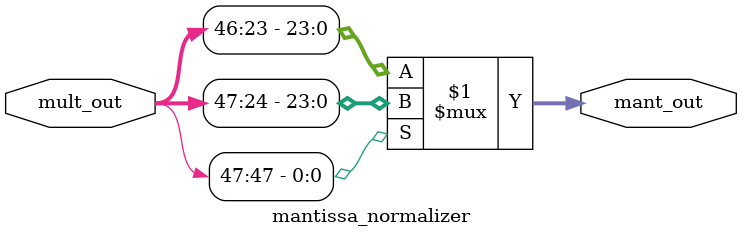
<source format=v>
module mantissa_normalizer (
    input  wire [47:0] mult_out,   // 48-bit mantissa product
    output wire [23:0] mant_out    // 24-bit normalized mantissa
);

    // If MSB (bit 47) is 1, shift right by 1
    // Otherwise, take the upper 24 bits directly
    assign mant_out = mult_out[47] ? 
                      mult_out[47:24] : 
                      mult_out[46:23];

endmodule
</source>
